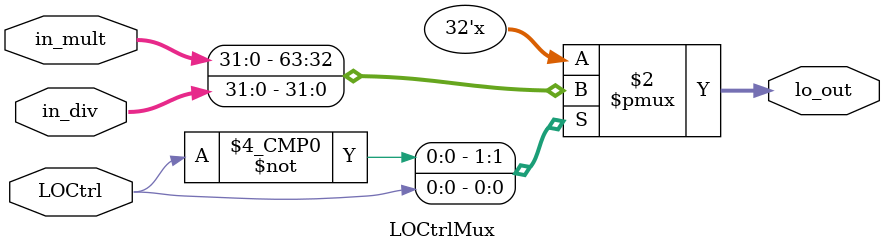
<source format=v>
module LOCtrlMux (LOCtrl, in_mult, in_div, lo_out);

input LOCtrl;
input [31:0] in_mult;
input [31:0] in_div;
output reg [31:0] lo_out;

always @(LOCtrl) begin
	
	case (LOCtrl)
		0: 
			begin
				lo_out <= in_mult;
			end
		1: 
			begin
				lo_out <= in_div;
			end
	endcase
end
endmodule
</source>
